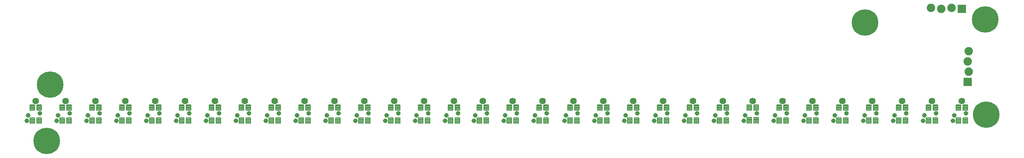
<source format=gbs>
G75*
G70*
%OFA0B0*%
%FSLAX24Y24*%
%IPPOS*%
%LPD*%
%AMOC8*
5,1,8,0,0,1.08239X$1,22.5*
%
%ADD10C,0.2580*%
%ADD11C,0.0083*%
%ADD12C,0.0450*%
%ADD13C,0.0640*%
%ADD14R,0.0820X0.0820*%
%ADD15C,0.0820*%
D10*
X002865Y002306D03*
X003185Y007826D03*
X082285Y013886D03*
X093945Y014186D03*
X094065Y004866D03*
D11*
X092275Y004043D02*
X091805Y004043D01*
X091805Y004591D01*
X092275Y004591D01*
X092275Y004043D01*
X092275Y004125D02*
X091805Y004125D01*
X091805Y004207D02*
X092275Y004207D01*
X092275Y004289D02*
X091805Y004289D01*
X091805Y004371D02*
X092275Y004371D01*
X092275Y004453D02*
X091805Y004453D01*
X091805Y004535D02*
X092275Y004535D01*
X091586Y004043D02*
X091116Y004043D01*
X091116Y004591D01*
X091586Y004591D01*
X091586Y004043D01*
X091586Y004125D02*
X091116Y004125D01*
X091116Y004207D02*
X091586Y004207D01*
X091586Y004289D02*
X091116Y004289D01*
X091116Y004371D02*
X091586Y004371D01*
X091586Y004453D02*
X091116Y004453D01*
X091116Y004535D02*
X091586Y004535D01*
X089375Y004043D02*
X088905Y004043D01*
X088905Y004591D01*
X089375Y004591D01*
X089375Y004043D01*
X089375Y004125D02*
X088905Y004125D01*
X088905Y004207D02*
X089375Y004207D01*
X089375Y004289D02*
X088905Y004289D01*
X088905Y004371D02*
X089375Y004371D01*
X089375Y004453D02*
X088905Y004453D01*
X088905Y004535D02*
X089375Y004535D01*
X088686Y004043D02*
X088216Y004043D01*
X088216Y004591D01*
X088686Y004591D01*
X088686Y004043D01*
X088686Y004125D02*
X088216Y004125D01*
X088216Y004207D02*
X088686Y004207D01*
X088686Y004289D02*
X088216Y004289D01*
X088216Y004371D02*
X088686Y004371D01*
X088686Y004453D02*
X088216Y004453D01*
X088216Y004535D02*
X088686Y004535D01*
X086475Y004043D02*
X086005Y004043D01*
X086005Y004591D01*
X086475Y004591D01*
X086475Y004043D01*
X086475Y004125D02*
X086005Y004125D01*
X086005Y004207D02*
X086475Y004207D01*
X086475Y004289D02*
X086005Y004289D01*
X086005Y004371D02*
X086475Y004371D01*
X086475Y004453D02*
X086005Y004453D01*
X086005Y004535D02*
X086475Y004535D01*
X085786Y004043D02*
X085316Y004043D01*
X085316Y004591D01*
X085786Y004591D01*
X085786Y004043D01*
X085786Y004125D02*
X085316Y004125D01*
X085316Y004207D02*
X085786Y004207D01*
X085786Y004289D02*
X085316Y004289D01*
X085316Y004371D02*
X085786Y004371D01*
X085786Y004453D02*
X085316Y004453D01*
X085316Y004535D02*
X085786Y004535D01*
X083575Y004043D02*
X083105Y004043D01*
X083105Y004591D01*
X083575Y004591D01*
X083575Y004043D01*
X083575Y004125D02*
X083105Y004125D01*
X083105Y004207D02*
X083575Y004207D01*
X083575Y004289D02*
X083105Y004289D01*
X083105Y004371D02*
X083575Y004371D01*
X083575Y004453D02*
X083105Y004453D01*
X083105Y004535D02*
X083575Y004535D01*
X082886Y004043D02*
X082416Y004043D01*
X082416Y004591D01*
X082886Y004591D01*
X082886Y004043D01*
X082886Y004125D02*
X082416Y004125D01*
X082416Y004207D02*
X082886Y004207D01*
X082886Y004289D02*
X082416Y004289D01*
X082416Y004371D02*
X082886Y004371D01*
X082886Y004453D02*
X082416Y004453D01*
X082416Y004535D02*
X082886Y004535D01*
X080675Y004043D02*
X080205Y004043D01*
X080205Y004591D01*
X080675Y004591D01*
X080675Y004043D01*
X080675Y004125D02*
X080205Y004125D01*
X080205Y004207D02*
X080675Y004207D01*
X080675Y004289D02*
X080205Y004289D01*
X080205Y004371D02*
X080675Y004371D01*
X080675Y004453D02*
X080205Y004453D01*
X080205Y004535D02*
X080675Y004535D01*
X079986Y004043D02*
X079516Y004043D01*
X079516Y004591D01*
X079986Y004591D01*
X079986Y004043D01*
X079986Y004125D02*
X079516Y004125D01*
X079516Y004207D02*
X079986Y004207D01*
X079986Y004289D02*
X079516Y004289D01*
X079516Y004371D02*
X079986Y004371D01*
X079986Y004453D02*
X079516Y004453D01*
X079516Y004535D02*
X079986Y004535D01*
X077775Y004043D02*
X077305Y004043D01*
X077305Y004591D01*
X077775Y004591D01*
X077775Y004043D01*
X077775Y004125D02*
X077305Y004125D01*
X077305Y004207D02*
X077775Y004207D01*
X077775Y004289D02*
X077305Y004289D01*
X077305Y004371D02*
X077775Y004371D01*
X077775Y004453D02*
X077305Y004453D01*
X077305Y004535D02*
X077775Y004535D01*
X077086Y004043D02*
X076616Y004043D01*
X076616Y004591D01*
X077086Y004591D01*
X077086Y004043D01*
X077086Y004125D02*
X076616Y004125D01*
X076616Y004207D02*
X077086Y004207D01*
X077086Y004289D02*
X076616Y004289D01*
X076616Y004371D02*
X077086Y004371D01*
X077086Y004453D02*
X076616Y004453D01*
X076616Y004535D02*
X077086Y004535D01*
X074875Y004043D02*
X074405Y004043D01*
X074405Y004591D01*
X074875Y004591D01*
X074875Y004043D01*
X074875Y004125D02*
X074405Y004125D01*
X074405Y004207D02*
X074875Y004207D01*
X074875Y004289D02*
X074405Y004289D01*
X074405Y004371D02*
X074875Y004371D01*
X074875Y004453D02*
X074405Y004453D01*
X074405Y004535D02*
X074875Y004535D01*
X074186Y004043D02*
X073716Y004043D01*
X073716Y004591D01*
X074186Y004591D01*
X074186Y004043D01*
X074186Y004125D02*
X073716Y004125D01*
X073716Y004207D02*
X074186Y004207D01*
X074186Y004289D02*
X073716Y004289D01*
X073716Y004371D02*
X074186Y004371D01*
X074186Y004453D02*
X073716Y004453D01*
X073716Y004535D02*
X074186Y004535D01*
X071975Y004053D02*
X071505Y004053D01*
X071505Y004601D01*
X071975Y004601D01*
X071975Y004053D01*
X071975Y004135D02*
X071505Y004135D01*
X071505Y004217D02*
X071975Y004217D01*
X071975Y004299D02*
X071505Y004299D01*
X071505Y004381D02*
X071975Y004381D01*
X071975Y004463D02*
X071505Y004463D01*
X071505Y004545D02*
X071975Y004545D01*
X071286Y004053D02*
X070816Y004053D01*
X070816Y004601D01*
X071286Y004601D01*
X071286Y004053D01*
X071286Y004135D02*
X070816Y004135D01*
X070816Y004217D02*
X071286Y004217D01*
X071286Y004299D02*
X070816Y004299D01*
X070816Y004381D02*
X071286Y004381D01*
X071286Y004463D02*
X070816Y004463D01*
X070816Y004545D02*
X071286Y004545D01*
X069075Y004043D02*
X068605Y004043D01*
X068605Y004591D01*
X069075Y004591D01*
X069075Y004043D01*
X069075Y004125D02*
X068605Y004125D01*
X068605Y004207D02*
X069075Y004207D01*
X069075Y004289D02*
X068605Y004289D01*
X068605Y004371D02*
X069075Y004371D01*
X069075Y004453D02*
X068605Y004453D01*
X068605Y004535D02*
X069075Y004535D01*
X068386Y004043D02*
X067916Y004043D01*
X067916Y004591D01*
X068386Y004591D01*
X068386Y004043D01*
X068386Y004125D02*
X067916Y004125D01*
X067916Y004207D02*
X068386Y004207D01*
X068386Y004289D02*
X067916Y004289D01*
X067916Y004371D02*
X068386Y004371D01*
X068386Y004453D02*
X067916Y004453D01*
X067916Y004535D02*
X068386Y004535D01*
X066175Y004043D02*
X065705Y004043D01*
X065705Y004591D01*
X066175Y004591D01*
X066175Y004043D01*
X066175Y004125D02*
X065705Y004125D01*
X065705Y004207D02*
X066175Y004207D01*
X066175Y004289D02*
X065705Y004289D01*
X065705Y004371D02*
X066175Y004371D01*
X066175Y004453D02*
X065705Y004453D01*
X065705Y004535D02*
X066175Y004535D01*
X065486Y004043D02*
X065016Y004043D01*
X065016Y004591D01*
X065486Y004591D01*
X065486Y004043D01*
X065486Y004125D02*
X065016Y004125D01*
X065016Y004207D02*
X065486Y004207D01*
X065486Y004289D02*
X065016Y004289D01*
X065016Y004371D02*
X065486Y004371D01*
X065486Y004453D02*
X065016Y004453D01*
X065016Y004535D02*
X065486Y004535D01*
X063275Y004043D02*
X062805Y004043D01*
X062805Y004591D01*
X063275Y004591D01*
X063275Y004043D01*
X063275Y004125D02*
X062805Y004125D01*
X062805Y004207D02*
X063275Y004207D01*
X063275Y004289D02*
X062805Y004289D01*
X062805Y004371D02*
X063275Y004371D01*
X063275Y004453D02*
X062805Y004453D01*
X062805Y004535D02*
X063275Y004535D01*
X062586Y004043D02*
X062116Y004043D01*
X062116Y004591D01*
X062586Y004591D01*
X062586Y004043D01*
X062586Y004125D02*
X062116Y004125D01*
X062116Y004207D02*
X062586Y004207D01*
X062586Y004289D02*
X062116Y004289D01*
X062116Y004371D02*
X062586Y004371D01*
X062586Y004453D02*
X062116Y004453D01*
X062116Y004535D02*
X062586Y004535D01*
X060375Y004043D02*
X059905Y004043D01*
X059905Y004591D01*
X060375Y004591D01*
X060375Y004043D01*
X060375Y004125D02*
X059905Y004125D01*
X059905Y004207D02*
X060375Y004207D01*
X060375Y004289D02*
X059905Y004289D01*
X059905Y004371D02*
X060375Y004371D01*
X060375Y004453D02*
X059905Y004453D01*
X059905Y004535D02*
X060375Y004535D01*
X059686Y004043D02*
X059216Y004043D01*
X059216Y004591D01*
X059686Y004591D01*
X059686Y004043D01*
X059686Y004125D02*
X059216Y004125D01*
X059216Y004207D02*
X059686Y004207D01*
X059686Y004289D02*
X059216Y004289D01*
X059216Y004371D02*
X059686Y004371D01*
X059686Y004453D02*
X059216Y004453D01*
X059216Y004535D02*
X059686Y004535D01*
X057475Y004043D02*
X057005Y004043D01*
X057005Y004591D01*
X057475Y004591D01*
X057475Y004043D01*
X057475Y004125D02*
X057005Y004125D01*
X057005Y004207D02*
X057475Y004207D01*
X057475Y004289D02*
X057005Y004289D01*
X057005Y004371D02*
X057475Y004371D01*
X057475Y004453D02*
X057005Y004453D01*
X057005Y004535D02*
X057475Y004535D01*
X056786Y004043D02*
X056316Y004043D01*
X056316Y004591D01*
X056786Y004591D01*
X056786Y004043D01*
X056786Y004125D02*
X056316Y004125D01*
X056316Y004207D02*
X056786Y004207D01*
X056786Y004289D02*
X056316Y004289D01*
X056316Y004371D02*
X056786Y004371D01*
X056786Y004453D02*
X056316Y004453D01*
X056316Y004535D02*
X056786Y004535D01*
X054575Y004043D02*
X054105Y004043D01*
X054105Y004591D01*
X054575Y004591D01*
X054575Y004043D01*
X054575Y004125D02*
X054105Y004125D01*
X054105Y004207D02*
X054575Y004207D01*
X054575Y004289D02*
X054105Y004289D01*
X054105Y004371D02*
X054575Y004371D01*
X054575Y004453D02*
X054105Y004453D01*
X054105Y004535D02*
X054575Y004535D01*
X053886Y004043D02*
X053416Y004043D01*
X053416Y004591D01*
X053886Y004591D01*
X053886Y004043D01*
X053886Y004125D02*
X053416Y004125D01*
X053416Y004207D02*
X053886Y004207D01*
X053886Y004289D02*
X053416Y004289D01*
X053416Y004371D02*
X053886Y004371D01*
X053886Y004453D02*
X053416Y004453D01*
X053416Y004535D02*
X053886Y004535D01*
X051575Y004043D02*
X051105Y004043D01*
X051105Y004591D01*
X051575Y004591D01*
X051575Y004043D01*
X051575Y004125D02*
X051105Y004125D01*
X051105Y004207D02*
X051575Y004207D01*
X051575Y004289D02*
X051105Y004289D01*
X051105Y004371D02*
X051575Y004371D01*
X051575Y004453D02*
X051105Y004453D01*
X051105Y004535D02*
X051575Y004535D01*
X050886Y004043D02*
X050416Y004043D01*
X050416Y004591D01*
X050886Y004591D01*
X050886Y004043D01*
X050886Y004125D02*
X050416Y004125D01*
X050416Y004207D02*
X050886Y004207D01*
X050886Y004289D02*
X050416Y004289D01*
X050416Y004371D02*
X050886Y004371D01*
X050886Y004453D02*
X050416Y004453D01*
X050416Y004535D02*
X050886Y004535D01*
X048675Y004043D02*
X048205Y004043D01*
X048205Y004591D01*
X048675Y004591D01*
X048675Y004043D01*
X048675Y004125D02*
X048205Y004125D01*
X048205Y004207D02*
X048675Y004207D01*
X048675Y004289D02*
X048205Y004289D01*
X048205Y004371D02*
X048675Y004371D01*
X048675Y004453D02*
X048205Y004453D01*
X048205Y004535D02*
X048675Y004535D01*
X047986Y004043D02*
X047516Y004043D01*
X047516Y004591D01*
X047986Y004591D01*
X047986Y004043D01*
X047986Y004125D02*
X047516Y004125D01*
X047516Y004207D02*
X047986Y004207D01*
X047986Y004289D02*
X047516Y004289D01*
X047516Y004371D02*
X047986Y004371D01*
X047986Y004453D02*
X047516Y004453D01*
X047516Y004535D02*
X047986Y004535D01*
X045775Y004043D02*
X045305Y004043D01*
X045305Y004591D01*
X045775Y004591D01*
X045775Y004043D01*
X045775Y004125D02*
X045305Y004125D01*
X045305Y004207D02*
X045775Y004207D01*
X045775Y004289D02*
X045305Y004289D01*
X045305Y004371D02*
X045775Y004371D01*
X045775Y004453D02*
X045305Y004453D01*
X045305Y004535D02*
X045775Y004535D01*
X045086Y004043D02*
X044616Y004043D01*
X044616Y004591D01*
X045086Y004591D01*
X045086Y004043D01*
X045086Y004125D02*
X044616Y004125D01*
X044616Y004207D02*
X045086Y004207D01*
X045086Y004289D02*
X044616Y004289D01*
X044616Y004371D02*
X045086Y004371D01*
X045086Y004453D02*
X044616Y004453D01*
X044616Y004535D02*
X045086Y004535D01*
X042975Y004043D02*
X042505Y004043D01*
X042505Y004591D01*
X042975Y004591D01*
X042975Y004043D01*
X042975Y004125D02*
X042505Y004125D01*
X042505Y004207D02*
X042975Y004207D01*
X042975Y004289D02*
X042505Y004289D01*
X042505Y004371D02*
X042975Y004371D01*
X042975Y004453D02*
X042505Y004453D01*
X042505Y004535D02*
X042975Y004535D01*
X042286Y004043D02*
X041816Y004043D01*
X041816Y004591D01*
X042286Y004591D01*
X042286Y004043D01*
X042286Y004125D02*
X041816Y004125D01*
X041816Y004207D02*
X042286Y004207D01*
X042286Y004289D02*
X041816Y004289D01*
X041816Y004371D02*
X042286Y004371D01*
X042286Y004453D02*
X041816Y004453D01*
X041816Y004535D02*
X042286Y004535D01*
X040075Y004043D02*
X039605Y004043D01*
X039605Y004591D01*
X040075Y004591D01*
X040075Y004043D01*
X040075Y004125D02*
X039605Y004125D01*
X039605Y004207D02*
X040075Y004207D01*
X040075Y004289D02*
X039605Y004289D01*
X039605Y004371D02*
X040075Y004371D01*
X040075Y004453D02*
X039605Y004453D01*
X039605Y004535D02*
X040075Y004535D01*
X039386Y004043D02*
X038916Y004043D01*
X038916Y004591D01*
X039386Y004591D01*
X039386Y004043D01*
X039386Y004125D02*
X038916Y004125D01*
X038916Y004207D02*
X039386Y004207D01*
X039386Y004289D02*
X038916Y004289D01*
X038916Y004371D02*
X039386Y004371D01*
X039386Y004453D02*
X038916Y004453D01*
X038916Y004535D02*
X039386Y004535D01*
X037175Y004043D02*
X036705Y004043D01*
X036705Y004591D01*
X037175Y004591D01*
X037175Y004043D01*
X037175Y004125D02*
X036705Y004125D01*
X036705Y004207D02*
X037175Y004207D01*
X037175Y004289D02*
X036705Y004289D01*
X036705Y004371D02*
X037175Y004371D01*
X037175Y004453D02*
X036705Y004453D01*
X036705Y004535D02*
X037175Y004535D01*
X036486Y004043D02*
X036016Y004043D01*
X036016Y004591D01*
X036486Y004591D01*
X036486Y004043D01*
X036486Y004125D02*
X036016Y004125D01*
X036016Y004207D02*
X036486Y004207D01*
X036486Y004289D02*
X036016Y004289D01*
X036016Y004371D02*
X036486Y004371D01*
X036486Y004453D02*
X036016Y004453D01*
X036016Y004535D02*
X036486Y004535D01*
X034275Y004043D02*
X033805Y004043D01*
X033805Y004591D01*
X034275Y004591D01*
X034275Y004043D01*
X034275Y004125D02*
X033805Y004125D01*
X033805Y004207D02*
X034275Y004207D01*
X034275Y004289D02*
X033805Y004289D01*
X033805Y004371D02*
X034275Y004371D01*
X034275Y004453D02*
X033805Y004453D01*
X033805Y004535D02*
X034275Y004535D01*
X033586Y004043D02*
X033116Y004043D01*
X033116Y004591D01*
X033586Y004591D01*
X033586Y004043D01*
X033586Y004125D02*
X033116Y004125D01*
X033116Y004207D02*
X033586Y004207D01*
X033586Y004289D02*
X033116Y004289D01*
X033116Y004371D02*
X033586Y004371D01*
X033586Y004453D02*
X033116Y004453D01*
X033116Y004535D02*
X033586Y004535D01*
X031375Y004043D02*
X030905Y004043D01*
X030905Y004591D01*
X031375Y004591D01*
X031375Y004043D01*
X031375Y004125D02*
X030905Y004125D01*
X030905Y004207D02*
X031375Y004207D01*
X031375Y004289D02*
X030905Y004289D01*
X030905Y004371D02*
X031375Y004371D01*
X031375Y004453D02*
X030905Y004453D01*
X030905Y004535D02*
X031375Y004535D01*
X030686Y004043D02*
X030216Y004043D01*
X030216Y004591D01*
X030686Y004591D01*
X030686Y004043D01*
X030686Y004125D02*
X030216Y004125D01*
X030216Y004207D02*
X030686Y004207D01*
X030686Y004289D02*
X030216Y004289D01*
X030216Y004371D02*
X030686Y004371D01*
X030686Y004453D02*
X030216Y004453D01*
X030216Y004535D02*
X030686Y004535D01*
X028475Y004043D02*
X028005Y004043D01*
X028005Y004591D01*
X028475Y004591D01*
X028475Y004043D01*
X028475Y004125D02*
X028005Y004125D01*
X028005Y004207D02*
X028475Y004207D01*
X028475Y004289D02*
X028005Y004289D01*
X028005Y004371D02*
X028475Y004371D01*
X028475Y004453D02*
X028005Y004453D01*
X028005Y004535D02*
X028475Y004535D01*
X027786Y004043D02*
X027316Y004043D01*
X027316Y004591D01*
X027786Y004591D01*
X027786Y004043D01*
X027786Y004125D02*
X027316Y004125D01*
X027316Y004207D02*
X027786Y004207D01*
X027786Y004289D02*
X027316Y004289D01*
X027316Y004371D02*
X027786Y004371D01*
X027786Y004453D02*
X027316Y004453D01*
X027316Y004535D02*
X027786Y004535D01*
X025575Y004043D02*
X025105Y004043D01*
X025105Y004591D01*
X025575Y004591D01*
X025575Y004043D01*
X025575Y004125D02*
X025105Y004125D01*
X025105Y004207D02*
X025575Y004207D01*
X025575Y004289D02*
X025105Y004289D01*
X025105Y004371D02*
X025575Y004371D01*
X025575Y004453D02*
X025105Y004453D01*
X025105Y004535D02*
X025575Y004535D01*
X024886Y004043D02*
X024416Y004043D01*
X024416Y004591D01*
X024886Y004591D01*
X024886Y004043D01*
X024886Y004125D02*
X024416Y004125D01*
X024416Y004207D02*
X024886Y004207D01*
X024886Y004289D02*
X024416Y004289D01*
X024416Y004371D02*
X024886Y004371D01*
X024886Y004453D02*
X024416Y004453D01*
X024416Y004535D02*
X024886Y004535D01*
X022675Y004043D02*
X022205Y004043D01*
X022205Y004591D01*
X022675Y004591D01*
X022675Y004043D01*
X022675Y004125D02*
X022205Y004125D01*
X022205Y004207D02*
X022675Y004207D01*
X022675Y004289D02*
X022205Y004289D01*
X022205Y004371D02*
X022675Y004371D01*
X022675Y004453D02*
X022205Y004453D01*
X022205Y004535D02*
X022675Y004535D01*
X021986Y004043D02*
X021516Y004043D01*
X021516Y004591D01*
X021986Y004591D01*
X021986Y004043D01*
X021986Y004125D02*
X021516Y004125D01*
X021516Y004207D02*
X021986Y004207D01*
X021986Y004289D02*
X021516Y004289D01*
X021516Y004371D02*
X021986Y004371D01*
X021986Y004453D02*
X021516Y004453D01*
X021516Y004535D02*
X021986Y004535D01*
X019775Y004043D02*
X019305Y004043D01*
X019305Y004591D01*
X019775Y004591D01*
X019775Y004043D01*
X019775Y004125D02*
X019305Y004125D01*
X019305Y004207D02*
X019775Y004207D01*
X019775Y004289D02*
X019305Y004289D01*
X019305Y004371D02*
X019775Y004371D01*
X019775Y004453D02*
X019305Y004453D01*
X019305Y004535D02*
X019775Y004535D01*
X019086Y004043D02*
X018616Y004043D01*
X018616Y004591D01*
X019086Y004591D01*
X019086Y004043D01*
X019086Y004125D02*
X018616Y004125D01*
X018616Y004207D02*
X019086Y004207D01*
X019086Y004289D02*
X018616Y004289D01*
X018616Y004371D02*
X019086Y004371D01*
X019086Y004453D02*
X018616Y004453D01*
X018616Y004535D02*
X019086Y004535D01*
X016875Y004043D02*
X016405Y004043D01*
X016405Y004591D01*
X016875Y004591D01*
X016875Y004043D01*
X016875Y004125D02*
X016405Y004125D01*
X016405Y004207D02*
X016875Y004207D01*
X016875Y004289D02*
X016405Y004289D01*
X016405Y004371D02*
X016875Y004371D01*
X016875Y004453D02*
X016405Y004453D01*
X016405Y004535D02*
X016875Y004535D01*
X016186Y004043D02*
X015716Y004043D01*
X015716Y004591D01*
X016186Y004591D01*
X016186Y004043D01*
X016186Y004125D02*
X015716Y004125D01*
X015716Y004207D02*
X016186Y004207D01*
X016186Y004289D02*
X015716Y004289D01*
X015716Y004371D02*
X016186Y004371D01*
X016186Y004453D02*
X015716Y004453D01*
X015716Y004535D02*
X016186Y004535D01*
X013975Y004043D02*
X013505Y004043D01*
X013505Y004591D01*
X013975Y004591D01*
X013975Y004043D01*
X013975Y004125D02*
X013505Y004125D01*
X013505Y004207D02*
X013975Y004207D01*
X013975Y004289D02*
X013505Y004289D01*
X013505Y004371D02*
X013975Y004371D01*
X013975Y004453D02*
X013505Y004453D01*
X013505Y004535D02*
X013975Y004535D01*
X013286Y004043D02*
X012816Y004043D01*
X012816Y004591D01*
X013286Y004591D01*
X013286Y004043D01*
X013286Y004125D02*
X012816Y004125D01*
X012816Y004207D02*
X013286Y004207D01*
X013286Y004289D02*
X012816Y004289D01*
X012816Y004371D02*
X013286Y004371D01*
X013286Y004453D02*
X012816Y004453D01*
X012816Y004535D02*
X013286Y004535D01*
X011075Y004043D02*
X010605Y004043D01*
X010605Y004591D01*
X011075Y004591D01*
X011075Y004043D01*
X011075Y004125D02*
X010605Y004125D01*
X010605Y004207D02*
X011075Y004207D01*
X011075Y004289D02*
X010605Y004289D01*
X010605Y004371D02*
X011075Y004371D01*
X011075Y004453D02*
X010605Y004453D01*
X010605Y004535D02*
X011075Y004535D01*
X010386Y004043D02*
X009916Y004043D01*
X009916Y004591D01*
X010386Y004591D01*
X010386Y004043D01*
X010386Y004125D02*
X009916Y004125D01*
X009916Y004207D02*
X010386Y004207D01*
X010386Y004289D02*
X009916Y004289D01*
X009916Y004371D02*
X010386Y004371D01*
X010386Y004453D02*
X009916Y004453D01*
X009916Y004535D02*
X010386Y004535D01*
X008175Y004043D02*
X007705Y004043D01*
X007705Y004591D01*
X008175Y004591D01*
X008175Y004043D01*
X008175Y004125D02*
X007705Y004125D01*
X007705Y004207D02*
X008175Y004207D01*
X008175Y004289D02*
X007705Y004289D01*
X007705Y004371D02*
X008175Y004371D01*
X008175Y004453D02*
X007705Y004453D01*
X007705Y004535D02*
X008175Y004535D01*
X007486Y004043D02*
X007016Y004043D01*
X007016Y004591D01*
X007486Y004591D01*
X007486Y004043D01*
X007486Y004125D02*
X007016Y004125D01*
X007016Y004207D02*
X007486Y004207D01*
X007486Y004289D02*
X007016Y004289D01*
X007016Y004371D02*
X007486Y004371D01*
X007486Y004453D02*
X007016Y004453D01*
X007016Y004535D02*
X007486Y004535D01*
X005275Y004043D02*
X004805Y004043D01*
X004805Y004591D01*
X005275Y004591D01*
X005275Y004043D01*
X005275Y004125D02*
X004805Y004125D01*
X004805Y004207D02*
X005275Y004207D01*
X005275Y004289D02*
X004805Y004289D01*
X004805Y004371D02*
X005275Y004371D01*
X005275Y004453D02*
X004805Y004453D01*
X004805Y004535D02*
X005275Y004535D01*
X004586Y004043D02*
X004116Y004043D01*
X004116Y004591D01*
X004586Y004591D01*
X004586Y004043D01*
X004586Y004125D02*
X004116Y004125D01*
X004116Y004207D02*
X004586Y004207D01*
X004586Y004289D02*
X004116Y004289D01*
X004116Y004371D02*
X004586Y004371D01*
X004586Y004453D02*
X004116Y004453D01*
X004116Y004535D02*
X004586Y004535D01*
X002375Y004043D02*
X001905Y004043D01*
X001905Y004591D01*
X002375Y004591D01*
X002375Y004043D01*
X002375Y004125D02*
X001905Y004125D01*
X001905Y004207D02*
X002375Y004207D01*
X002375Y004289D02*
X001905Y004289D01*
X001905Y004371D02*
X002375Y004371D01*
X002375Y004453D02*
X001905Y004453D01*
X001905Y004535D02*
X002375Y004535D01*
X001686Y004043D02*
X001216Y004043D01*
X001216Y004591D01*
X001686Y004591D01*
X001686Y004043D01*
X001686Y004125D02*
X001216Y004125D01*
X001216Y004207D02*
X001686Y004207D01*
X001686Y004289D02*
X001216Y004289D01*
X001216Y004371D02*
X001686Y004371D01*
X001686Y004453D02*
X001216Y004453D01*
X001216Y004535D02*
X001686Y004535D01*
X001686Y005302D02*
X001216Y005302D01*
X001216Y005850D01*
X001686Y005850D01*
X001686Y005302D01*
X001686Y005384D02*
X001216Y005384D01*
X001216Y005466D02*
X001686Y005466D01*
X001686Y005548D02*
X001216Y005548D01*
X001216Y005630D02*
X001686Y005630D01*
X001686Y005712D02*
X001216Y005712D01*
X001216Y005794D02*
X001686Y005794D01*
X001905Y005302D02*
X002375Y005302D01*
X001905Y005302D02*
X001905Y005850D01*
X002375Y005850D01*
X002375Y005302D01*
X002375Y005384D02*
X001905Y005384D01*
X001905Y005466D02*
X002375Y005466D01*
X002375Y005548D02*
X001905Y005548D01*
X001905Y005630D02*
X002375Y005630D01*
X002375Y005712D02*
X001905Y005712D01*
X001905Y005794D02*
X002375Y005794D01*
X004116Y005302D02*
X004586Y005302D01*
X004116Y005302D02*
X004116Y005850D01*
X004586Y005850D01*
X004586Y005302D01*
X004586Y005384D02*
X004116Y005384D01*
X004116Y005466D02*
X004586Y005466D01*
X004586Y005548D02*
X004116Y005548D01*
X004116Y005630D02*
X004586Y005630D01*
X004586Y005712D02*
X004116Y005712D01*
X004116Y005794D02*
X004586Y005794D01*
X004805Y005302D02*
X005275Y005302D01*
X004805Y005302D02*
X004805Y005850D01*
X005275Y005850D01*
X005275Y005302D01*
X005275Y005384D02*
X004805Y005384D01*
X004805Y005466D02*
X005275Y005466D01*
X005275Y005548D02*
X004805Y005548D01*
X004805Y005630D02*
X005275Y005630D01*
X005275Y005712D02*
X004805Y005712D01*
X004805Y005794D02*
X005275Y005794D01*
X007016Y005302D02*
X007486Y005302D01*
X007016Y005302D02*
X007016Y005850D01*
X007486Y005850D01*
X007486Y005302D01*
X007486Y005384D02*
X007016Y005384D01*
X007016Y005466D02*
X007486Y005466D01*
X007486Y005548D02*
X007016Y005548D01*
X007016Y005630D02*
X007486Y005630D01*
X007486Y005712D02*
X007016Y005712D01*
X007016Y005794D02*
X007486Y005794D01*
X007705Y005302D02*
X008175Y005302D01*
X007705Y005302D02*
X007705Y005850D01*
X008175Y005850D01*
X008175Y005302D01*
X008175Y005384D02*
X007705Y005384D01*
X007705Y005466D02*
X008175Y005466D01*
X008175Y005548D02*
X007705Y005548D01*
X007705Y005630D02*
X008175Y005630D01*
X008175Y005712D02*
X007705Y005712D01*
X007705Y005794D02*
X008175Y005794D01*
X009916Y005302D02*
X010386Y005302D01*
X009916Y005302D02*
X009916Y005850D01*
X010386Y005850D01*
X010386Y005302D01*
X010386Y005384D02*
X009916Y005384D01*
X009916Y005466D02*
X010386Y005466D01*
X010386Y005548D02*
X009916Y005548D01*
X009916Y005630D02*
X010386Y005630D01*
X010386Y005712D02*
X009916Y005712D01*
X009916Y005794D02*
X010386Y005794D01*
X010605Y005302D02*
X011075Y005302D01*
X010605Y005302D02*
X010605Y005850D01*
X011075Y005850D01*
X011075Y005302D01*
X011075Y005384D02*
X010605Y005384D01*
X010605Y005466D02*
X011075Y005466D01*
X011075Y005548D02*
X010605Y005548D01*
X010605Y005630D02*
X011075Y005630D01*
X011075Y005712D02*
X010605Y005712D01*
X010605Y005794D02*
X011075Y005794D01*
X012816Y005302D02*
X013286Y005302D01*
X012816Y005302D02*
X012816Y005850D01*
X013286Y005850D01*
X013286Y005302D01*
X013286Y005384D02*
X012816Y005384D01*
X012816Y005466D02*
X013286Y005466D01*
X013286Y005548D02*
X012816Y005548D01*
X012816Y005630D02*
X013286Y005630D01*
X013286Y005712D02*
X012816Y005712D01*
X012816Y005794D02*
X013286Y005794D01*
X013505Y005302D02*
X013975Y005302D01*
X013505Y005302D02*
X013505Y005850D01*
X013975Y005850D01*
X013975Y005302D01*
X013975Y005384D02*
X013505Y005384D01*
X013505Y005466D02*
X013975Y005466D01*
X013975Y005548D02*
X013505Y005548D01*
X013505Y005630D02*
X013975Y005630D01*
X013975Y005712D02*
X013505Y005712D01*
X013505Y005794D02*
X013975Y005794D01*
X015716Y005302D02*
X016186Y005302D01*
X015716Y005302D02*
X015716Y005850D01*
X016186Y005850D01*
X016186Y005302D01*
X016186Y005384D02*
X015716Y005384D01*
X015716Y005466D02*
X016186Y005466D01*
X016186Y005548D02*
X015716Y005548D01*
X015716Y005630D02*
X016186Y005630D01*
X016186Y005712D02*
X015716Y005712D01*
X015716Y005794D02*
X016186Y005794D01*
X016405Y005302D02*
X016875Y005302D01*
X016405Y005302D02*
X016405Y005850D01*
X016875Y005850D01*
X016875Y005302D01*
X016875Y005384D02*
X016405Y005384D01*
X016405Y005466D02*
X016875Y005466D01*
X016875Y005548D02*
X016405Y005548D01*
X016405Y005630D02*
X016875Y005630D01*
X016875Y005712D02*
X016405Y005712D01*
X016405Y005794D02*
X016875Y005794D01*
X018616Y005302D02*
X019086Y005302D01*
X018616Y005302D02*
X018616Y005850D01*
X019086Y005850D01*
X019086Y005302D01*
X019086Y005384D02*
X018616Y005384D01*
X018616Y005466D02*
X019086Y005466D01*
X019086Y005548D02*
X018616Y005548D01*
X018616Y005630D02*
X019086Y005630D01*
X019086Y005712D02*
X018616Y005712D01*
X018616Y005794D02*
X019086Y005794D01*
X019305Y005302D02*
X019775Y005302D01*
X019305Y005302D02*
X019305Y005850D01*
X019775Y005850D01*
X019775Y005302D01*
X019775Y005384D02*
X019305Y005384D01*
X019305Y005466D02*
X019775Y005466D01*
X019775Y005548D02*
X019305Y005548D01*
X019305Y005630D02*
X019775Y005630D01*
X019775Y005712D02*
X019305Y005712D01*
X019305Y005794D02*
X019775Y005794D01*
X021516Y005302D02*
X021986Y005302D01*
X021516Y005302D02*
X021516Y005850D01*
X021986Y005850D01*
X021986Y005302D01*
X021986Y005384D02*
X021516Y005384D01*
X021516Y005466D02*
X021986Y005466D01*
X021986Y005548D02*
X021516Y005548D01*
X021516Y005630D02*
X021986Y005630D01*
X021986Y005712D02*
X021516Y005712D01*
X021516Y005794D02*
X021986Y005794D01*
X022205Y005302D02*
X022675Y005302D01*
X022205Y005302D02*
X022205Y005850D01*
X022675Y005850D01*
X022675Y005302D01*
X022675Y005384D02*
X022205Y005384D01*
X022205Y005466D02*
X022675Y005466D01*
X022675Y005548D02*
X022205Y005548D01*
X022205Y005630D02*
X022675Y005630D01*
X022675Y005712D02*
X022205Y005712D01*
X022205Y005794D02*
X022675Y005794D01*
X024416Y005302D02*
X024886Y005302D01*
X024416Y005302D02*
X024416Y005850D01*
X024886Y005850D01*
X024886Y005302D01*
X024886Y005384D02*
X024416Y005384D01*
X024416Y005466D02*
X024886Y005466D01*
X024886Y005548D02*
X024416Y005548D01*
X024416Y005630D02*
X024886Y005630D01*
X024886Y005712D02*
X024416Y005712D01*
X024416Y005794D02*
X024886Y005794D01*
X025105Y005302D02*
X025575Y005302D01*
X025105Y005302D02*
X025105Y005850D01*
X025575Y005850D01*
X025575Y005302D01*
X025575Y005384D02*
X025105Y005384D01*
X025105Y005466D02*
X025575Y005466D01*
X025575Y005548D02*
X025105Y005548D01*
X025105Y005630D02*
X025575Y005630D01*
X025575Y005712D02*
X025105Y005712D01*
X025105Y005794D02*
X025575Y005794D01*
X027316Y005302D02*
X027786Y005302D01*
X027316Y005302D02*
X027316Y005850D01*
X027786Y005850D01*
X027786Y005302D01*
X027786Y005384D02*
X027316Y005384D01*
X027316Y005466D02*
X027786Y005466D01*
X027786Y005548D02*
X027316Y005548D01*
X027316Y005630D02*
X027786Y005630D01*
X027786Y005712D02*
X027316Y005712D01*
X027316Y005794D02*
X027786Y005794D01*
X028005Y005302D02*
X028475Y005302D01*
X028005Y005302D02*
X028005Y005850D01*
X028475Y005850D01*
X028475Y005302D01*
X028475Y005384D02*
X028005Y005384D01*
X028005Y005466D02*
X028475Y005466D01*
X028475Y005548D02*
X028005Y005548D01*
X028005Y005630D02*
X028475Y005630D01*
X028475Y005712D02*
X028005Y005712D01*
X028005Y005794D02*
X028475Y005794D01*
X030216Y005302D02*
X030686Y005302D01*
X030216Y005302D02*
X030216Y005850D01*
X030686Y005850D01*
X030686Y005302D01*
X030686Y005384D02*
X030216Y005384D01*
X030216Y005466D02*
X030686Y005466D01*
X030686Y005548D02*
X030216Y005548D01*
X030216Y005630D02*
X030686Y005630D01*
X030686Y005712D02*
X030216Y005712D01*
X030216Y005794D02*
X030686Y005794D01*
X030905Y005302D02*
X031375Y005302D01*
X030905Y005302D02*
X030905Y005850D01*
X031375Y005850D01*
X031375Y005302D01*
X031375Y005384D02*
X030905Y005384D01*
X030905Y005466D02*
X031375Y005466D01*
X031375Y005548D02*
X030905Y005548D01*
X030905Y005630D02*
X031375Y005630D01*
X031375Y005712D02*
X030905Y005712D01*
X030905Y005794D02*
X031375Y005794D01*
X033116Y005302D02*
X033586Y005302D01*
X033116Y005302D02*
X033116Y005850D01*
X033586Y005850D01*
X033586Y005302D01*
X033586Y005384D02*
X033116Y005384D01*
X033116Y005466D02*
X033586Y005466D01*
X033586Y005548D02*
X033116Y005548D01*
X033116Y005630D02*
X033586Y005630D01*
X033586Y005712D02*
X033116Y005712D01*
X033116Y005794D02*
X033586Y005794D01*
X033805Y005302D02*
X034275Y005302D01*
X033805Y005302D02*
X033805Y005850D01*
X034275Y005850D01*
X034275Y005302D01*
X034275Y005384D02*
X033805Y005384D01*
X033805Y005466D02*
X034275Y005466D01*
X034275Y005548D02*
X033805Y005548D01*
X033805Y005630D02*
X034275Y005630D01*
X034275Y005712D02*
X033805Y005712D01*
X033805Y005794D02*
X034275Y005794D01*
X036016Y005302D02*
X036486Y005302D01*
X036016Y005302D02*
X036016Y005850D01*
X036486Y005850D01*
X036486Y005302D01*
X036486Y005384D02*
X036016Y005384D01*
X036016Y005466D02*
X036486Y005466D01*
X036486Y005548D02*
X036016Y005548D01*
X036016Y005630D02*
X036486Y005630D01*
X036486Y005712D02*
X036016Y005712D01*
X036016Y005794D02*
X036486Y005794D01*
X036705Y005302D02*
X037175Y005302D01*
X036705Y005302D02*
X036705Y005850D01*
X037175Y005850D01*
X037175Y005302D01*
X037175Y005384D02*
X036705Y005384D01*
X036705Y005466D02*
X037175Y005466D01*
X037175Y005548D02*
X036705Y005548D01*
X036705Y005630D02*
X037175Y005630D01*
X037175Y005712D02*
X036705Y005712D01*
X036705Y005794D02*
X037175Y005794D01*
X038916Y005302D02*
X039386Y005302D01*
X038916Y005302D02*
X038916Y005850D01*
X039386Y005850D01*
X039386Y005302D01*
X039386Y005384D02*
X038916Y005384D01*
X038916Y005466D02*
X039386Y005466D01*
X039386Y005548D02*
X038916Y005548D01*
X038916Y005630D02*
X039386Y005630D01*
X039386Y005712D02*
X038916Y005712D01*
X038916Y005794D02*
X039386Y005794D01*
X039605Y005302D02*
X040075Y005302D01*
X039605Y005302D02*
X039605Y005850D01*
X040075Y005850D01*
X040075Y005302D01*
X040075Y005384D02*
X039605Y005384D01*
X039605Y005466D02*
X040075Y005466D01*
X040075Y005548D02*
X039605Y005548D01*
X039605Y005630D02*
X040075Y005630D01*
X040075Y005712D02*
X039605Y005712D01*
X039605Y005794D02*
X040075Y005794D01*
X041816Y005302D02*
X042286Y005302D01*
X041816Y005302D02*
X041816Y005850D01*
X042286Y005850D01*
X042286Y005302D01*
X042286Y005384D02*
X041816Y005384D01*
X041816Y005466D02*
X042286Y005466D01*
X042286Y005548D02*
X041816Y005548D01*
X041816Y005630D02*
X042286Y005630D01*
X042286Y005712D02*
X041816Y005712D01*
X041816Y005794D02*
X042286Y005794D01*
X042505Y005302D02*
X042975Y005302D01*
X042505Y005302D02*
X042505Y005850D01*
X042975Y005850D01*
X042975Y005302D01*
X042975Y005384D02*
X042505Y005384D01*
X042505Y005466D02*
X042975Y005466D01*
X042975Y005548D02*
X042505Y005548D01*
X042505Y005630D02*
X042975Y005630D01*
X042975Y005712D02*
X042505Y005712D01*
X042505Y005794D02*
X042975Y005794D01*
X044616Y005302D02*
X045086Y005302D01*
X044616Y005302D02*
X044616Y005850D01*
X045086Y005850D01*
X045086Y005302D01*
X045086Y005384D02*
X044616Y005384D01*
X044616Y005466D02*
X045086Y005466D01*
X045086Y005548D02*
X044616Y005548D01*
X044616Y005630D02*
X045086Y005630D01*
X045086Y005712D02*
X044616Y005712D01*
X044616Y005794D02*
X045086Y005794D01*
X045305Y005302D02*
X045775Y005302D01*
X045305Y005302D02*
X045305Y005850D01*
X045775Y005850D01*
X045775Y005302D01*
X045775Y005384D02*
X045305Y005384D01*
X045305Y005466D02*
X045775Y005466D01*
X045775Y005548D02*
X045305Y005548D01*
X045305Y005630D02*
X045775Y005630D01*
X045775Y005712D02*
X045305Y005712D01*
X045305Y005794D02*
X045775Y005794D01*
X047516Y005302D02*
X047986Y005302D01*
X047516Y005302D02*
X047516Y005850D01*
X047986Y005850D01*
X047986Y005302D01*
X047986Y005384D02*
X047516Y005384D01*
X047516Y005466D02*
X047986Y005466D01*
X047986Y005548D02*
X047516Y005548D01*
X047516Y005630D02*
X047986Y005630D01*
X047986Y005712D02*
X047516Y005712D01*
X047516Y005794D02*
X047986Y005794D01*
X048205Y005302D02*
X048675Y005302D01*
X048205Y005302D02*
X048205Y005850D01*
X048675Y005850D01*
X048675Y005302D01*
X048675Y005384D02*
X048205Y005384D01*
X048205Y005466D02*
X048675Y005466D01*
X048675Y005548D02*
X048205Y005548D01*
X048205Y005630D02*
X048675Y005630D01*
X048675Y005712D02*
X048205Y005712D01*
X048205Y005794D02*
X048675Y005794D01*
X050416Y005302D02*
X050886Y005302D01*
X050416Y005302D02*
X050416Y005850D01*
X050886Y005850D01*
X050886Y005302D01*
X050886Y005384D02*
X050416Y005384D01*
X050416Y005466D02*
X050886Y005466D01*
X050886Y005548D02*
X050416Y005548D01*
X050416Y005630D02*
X050886Y005630D01*
X050886Y005712D02*
X050416Y005712D01*
X050416Y005794D02*
X050886Y005794D01*
X051105Y005302D02*
X051575Y005302D01*
X051105Y005302D02*
X051105Y005850D01*
X051575Y005850D01*
X051575Y005302D01*
X051575Y005384D02*
X051105Y005384D01*
X051105Y005466D02*
X051575Y005466D01*
X051575Y005548D02*
X051105Y005548D01*
X051105Y005630D02*
X051575Y005630D01*
X051575Y005712D02*
X051105Y005712D01*
X051105Y005794D02*
X051575Y005794D01*
X053416Y005302D02*
X053886Y005302D01*
X053416Y005302D02*
X053416Y005850D01*
X053886Y005850D01*
X053886Y005302D01*
X053886Y005384D02*
X053416Y005384D01*
X053416Y005466D02*
X053886Y005466D01*
X053886Y005548D02*
X053416Y005548D01*
X053416Y005630D02*
X053886Y005630D01*
X053886Y005712D02*
X053416Y005712D01*
X053416Y005794D02*
X053886Y005794D01*
X054105Y005302D02*
X054575Y005302D01*
X054105Y005302D02*
X054105Y005850D01*
X054575Y005850D01*
X054575Y005302D01*
X054575Y005384D02*
X054105Y005384D01*
X054105Y005466D02*
X054575Y005466D01*
X054575Y005548D02*
X054105Y005548D01*
X054105Y005630D02*
X054575Y005630D01*
X054575Y005712D02*
X054105Y005712D01*
X054105Y005794D02*
X054575Y005794D01*
X056316Y005302D02*
X056786Y005302D01*
X056316Y005302D02*
X056316Y005850D01*
X056786Y005850D01*
X056786Y005302D01*
X056786Y005384D02*
X056316Y005384D01*
X056316Y005466D02*
X056786Y005466D01*
X056786Y005548D02*
X056316Y005548D01*
X056316Y005630D02*
X056786Y005630D01*
X056786Y005712D02*
X056316Y005712D01*
X056316Y005794D02*
X056786Y005794D01*
X057005Y005302D02*
X057475Y005302D01*
X057005Y005302D02*
X057005Y005850D01*
X057475Y005850D01*
X057475Y005302D01*
X057475Y005384D02*
X057005Y005384D01*
X057005Y005466D02*
X057475Y005466D01*
X057475Y005548D02*
X057005Y005548D01*
X057005Y005630D02*
X057475Y005630D01*
X057475Y005712D02*
X057005Y005712D01*
X057005Y005794D02*
X057475Y005794D01*
X059216Y005302D02*
X059686Y005302D01*
X059216Y005302D02*
X059216Y005850D01*
X059686Y005850D01*
X059686Y005302D01*
X059686Y005384D02*
X059216Y005384D01*
X059216Y005466D02*
X059686Y005466D01*
X059686Y005548D02*
X059216Y005548D01*
X059216Y005630D02*
X059686Y005630D01*
X059686Y005712D02*
X059216Y005712D01*
X059216Y005794D02*
X059686Y005794D01*
X059905Y005302D02*
X060375Y005302D01*
X059905Y005302D02*
X059905Y005850D01*
X060375Y005850D01*
X060375Y005302D01*
X060375Y005384D02*
X059905Y005384D01*
X059905Y005466D02*
X060375Y005466D01*
X060375Y005548D02*
X059905Y005548D01*
X059905Y005630D02*
X060375Y005630D01*
X060375Y005712D02*
X059905Y005712D01*
X059905Y005794D02*
X060375Y005794D01*
X062116Y005302D02*
X062586Y005302D01*
X062116Y005302D02*
X062116Y005850D01*
X062586Y005850D01*
X062586Y005302D01*
X062586Y005384D02*
X062116Y005384D01*
X062116Y005466D02*
X062586Y005466D01*
X062586Y005548D02*
X062116Y005548D01*
X062116Y005630D02*
X062586Y005630D01*
X062586Y005712D02*
X062116Y005712D01*
X062116Y005794D02*
X062586Y005794D01*
X062805Y005302D02*
X063275Y005302D01*
X062805Y005302D02*
X062805Y005850D01*
X063275Y005850D01*
X063275Y005302D01*
X063275Y005384D02*
X062805Y005384D01*
X062805Y005466D02*
X063275Y005466D01*
X063275Y005548D02*
X062805Y005548D01*
X062805Y005630D02*
X063275Y005630D01*
X063275Y005712D02*
X062805Y005712D01*
X062805Y005794D02*
X063275Y005794D01*
X065016Y005302D02*
X065486Y005302D01*
X065016Y005302D02*
X065016Y005850D01*
X065486Y005850D01*
X065486Y005302D01*
X065486Y005384D02*
X065016Y005384D01*
X065016Y005466D02*
X065486Y005466D01*
X065486Y005548D02*
X065016Y005548D01*
X065016Y005630D02*
X065486Y005630D01*
X065486Y005712D02*
X065016Y005712D01*
X065016Y005794D02*
X065486Y005794D01*
X065705Y005302D02*
X066175Y005302D01*
X065705Y005302D02*
X065705Y005850D01*
X066175Y005850D01*
X066175Y005302D01*
X066175Y005384D02*
X065705Y005384D01*
X065705Y005466D02*
X066175Y005466D01*
X066175Y005548D02*
X065705Y005548D01*
X065705Y005630D02*
X066175Y005630D01*
X066175Y005712D02*
X065705Y005712D01*
X065705Y005794D02*
X066175Y005794D01*
X067916Y005302D02*
X068386Y005302D01*
X067916Y005302D02*
X067916Y005850D01*
X068386Y005850D01*
X068386Y005302D01*
X068386Y005384D02*
X067916Y005384D01*
X067916Y005466D02*
X068386Y005466D01*
X068386Y005548D02*
X067916Y005548D01*
X067916Y005630D02*
X068386Y005630D01*
X068386Y005712D02*
X067916Y005712D01*
X067916Y005794D02*
X068386Y005794D01*
X068605Y005302D02*
X069075Y005302D01*
X068605Y005302D02*
X068605Y005850D01*
X069075Y005850D01*
X069075Y005302D01*
X069075Y005384D02*
X068605Y005384D01*
X068605Y005466D02*
X069075Y005466D01*
X069075Y005548D02*
X068605Y005548D01*
X068605Y005630D02*
X069075Y005630D01*
X069075Y005712D02*
X068605Y005712D01*
X068605Y005794D02*
X069075Y005794D01*
X070816Y005312D02*
X071286Y005312D01*
X070816Y005312D02*
X070816Y005860D01*
X071286Y005860D01*
X071286Y005312D01*
X071286Y005394D02*
X070816Y005394D01*
X070816Y005476D02*
X071286Y005476D01*
X071286Y005558D02*
X070816Y005558D01*
X070816Y005640D02*
X071286Y005640D01*
X071286Y005722D02*
X070816Y005722D01*
X070816Y005804D02*
X071286Y005804D01*
X071505Y005312D02*
X071975Y005312D01*
X071505Y005312D02*
X071505Y005860D01*
X071975Y005860D01*
X071975Y005312D01*
X071975Y005394D02*
X071505Y005394D01*
X071505Y005476D02*
X071975Y005476D01*
X071975Y005558D02*
X071505Y005558D01*
X071505Y005640D02*
X071975Y005640D01*
X071975Y005722D02*
X071505Y005722D01*
X071505Y005804D02*
X071975Y005804D01*
X073716Y005302D02*
X074186Y005302D01*
X073716Y005302D02*
X073716Y005850D01*
X074186Y005850D01*
X074186Y005302D01*
X074186Y005384D02*
X073716Y005384D01*
X073716Y005466D02*
X074186Y005466D01*
X074186Y005548D02*
X073716Y005548D01*
X073716Y005630D02*
X074186Y005630D01*
X074186Y005712D02*
X073716Y005712D01*
X073716Y005794D02*
X074186Y005794D01*
X074405Y005302D02*
X074875Y005302D01*
X074405Y005302D02*
X074405Y005850D01*
X074875Y005850D01*
X074875Y005302D01*
X074875Y005384D02*
X074405Y005384D01*
X074405Y005466D02*
X074875Y005466D01*
X074875Y005548D02*
X074405Y005548D01*
X074405Y005630D02*
X074875Y005630D01*
X074875Y005712D02*
X074405Y005712D01*
X074405Y005794D02*
X074875Y005794D01*
X076616Y005302D02*
X077086Y005302D01*
X076616Y005302D02*
X076616Y005850D01*
X077086Y005850D01*
X077086Y005302D01*
X077086Y005384D02*
X076616Y005384D01*
X076616Y005466D02*
X077086Y005466D01*
X077086Y005548D02*
X076616Y005548D01*
X076616Y005630D02*
X077086Y005630D01*
X077086Y005712D02*
X076616Y005712D01*
X076616Y005794D02*
X077086Y005794D01*
X077305Y005302D02*
X077775Y005302D01*
X077305Y005302D02*
X077305Y005850D01*
X077775Y005850D01*
X077775Y005302D01*
X077775Y005384D02*
X077305Y005384D01*
X077305Y005466D02*
X077775Y005466D01*
X077775Y005548D02*
X077305Y005548D01*
X077305Y005630D02*
X077775Y005630D01*
X077775Y005712D02*
X077305Y005712D01*
X077305Y005794D02*
X077775Y005794D01*
X079516Y005302D02*
X079986Y005302D01*
X079516Y005302D02*
X079516Y005850D01*
X079986Y005850D01*
X079986Y005302D01*
X079986Y005384D02*
X079516Y005384D01*
X079516Y005466D02*
X079986Y005466D01*
X079986Y005548D02*
X079516Y005548D01*
X079516Y005630D02*
X079986Y005630D01*
X079986Y005712D02*
X079516Y005712D01*
X079516Y005794D02*
X079986Y005794D01*
X080205Y005302D02*
X080675Y005302D01*
X080205Y005302D02*
X080205Y005850D01*
X080675Y005850D01*
X080675Y005302D01*
X080675Y005384D02*
X080205Y005384D01*
X080205Y005466D02*
X080675Y005466D01*
X080675Y005548D02*
X080205Y005548D01*
X080205Y005630D02*
X080675Y005630D01*
X080675Y005712D02*
X080205Y005712D01*
X080205Y005794D02*
X080675Y005794D01*
X082416Y005302D02*
X082886Y005302D01*
X082416Y005302D02*
X082416Y005850D01*
X082886Y005850D01*
X082886Y005302D01*
X082886Y005384D02*
X082416Y005384D01*
X082416Y005466D02*
X082886Y005466D01*
X082886Y005548D02*
X082416Y005548D01*
X082416Y005630D02*
X082886Y005630D01*
X082886Y005712D02*
X082416Y005712D01*
X082416Y005794D02*
X082886Y005794D01*
X083105Y005302D02*
X083575Y005302D01*
X083105Y005302D02*
X083105Y005850D01*
X083575Y005850D01*
X083575Y005302D01*
X083575Y005384D02*
X083105Y005384D01*
X083105Y005466D02*
X083575Y005466D01*
X083575Y005548D02*
X083105Y005548D01*
X083105Y005630D02*
X083575Y005630D01*
X083575Y005712D02*
X083105Y005712D01*
X083105Y005794D02*
X083575Y005794D01*
X085316Y005302D02*
X085786Y005302D01*
X085316Y005302D02*
X085316Y005850D01*
X085786Y005850D01*
X085786Y005302D01*
X085786Y005384D02*
X085316Y005384D01*
X085316Y005466D02*
X085786Y005466D01*
X085786Y005548D02*
X085316Y005548D01*
X085316Y005630D02*
X085786Y005630D01*
X085786Y005712D02*
X085316Y005712D01*
X085316Y005794D02*
X085786Y005794D01*
X086005Y005302D02*
X086475Y005302D01*
X086005Y005302D02*
X086005Y005850D01*
X086475Y005850D01*
X086475Y005302D01*
X086475Y005384D02*
X086005Y005384D01*
X086005Y005466D02*
X086475Y005466D01*
X086475Y005548D02*
X086005Y005548D01*
X086005Y005630D02*
X086475Y005630D01*
X086475Y005712D02*
X086005Y005712D01*
X086005Y005794D02*
X086475Y005794D01*
X088216Y005302D02*
X088686Y005302D01*
X088216Y005302D02*
X088216Y005850D01*
X088686Y005850D01*
X088686Y005302D01*
X088686Y005384D02*
X088216Y005384D01*
X088216Y005466D02*
X088686Y005466D01*
X088686Y005548D02*
X088216Y005548D01*
X088216Y005630D02*
X088686Y005630D01*
X088686Y005712D02*
X088216Y005712D01*
X088216Y005794D02*
X088686Y005794D01*
X088905Y005302D02*
X089375Y005302D01*
X088905Y005302D02*
X088905Y005850D01*
X089375Y005850D01*
X089375Y005302D01*
X089375Y005384D02*
X088905Y005384D01*
X088905Y005466D02*
X089375Y005466D01*
X089375Y005548D02*
X088905Y005548D01*
X088905Y005630D02*
X089375Y005630D01*
X089375Y005712D02*
X088905Y005712D01*
X088905Y005794D02*
X089375Y005794D01*
X091116Y005302D02*
X091586Y005302D01*
X091116Y005302D02*
X091116Y005850D01*
X091586Y005850D01*
X091586Y005302D01*
X091586Y005384D02*
X091116Y005384D01*
X091116Y005466D02*
X091586Y005466D01*
X091586Y005548D02*
X091116Y005548D01*
X091116Y005630D02*
X091586Y005630D01*
X091586Y005712D02*
X091116Y005712D01*
X091116Y005794D02*
X091586Y005794D01*
X091805Y005302D02*
X092275Y005302D01*
X091805Y005302D02*
X091805Y005850D01*
X092275Y005850D01*
X092275Y005302D01*
X092275Y005384D02*
X091805Y005384D01*
X091805Y005466D02*
X092275Y005466D01*
X092275Y005548D02*
X091805Y005548D01*
X091805Y005630D02*
X092275Y005630D01*
X092275Y005712D02*
X091805Y005712D01*
X091805Y005794D02*
X092275Y005794D01*
D12*
X092099Y005006D03*
X090952Y004807D03*
X090819Y004285D03*
X089199Y005006D03*
X088052Y004807D03*
X087919Y004285D03*
X086299Y005006D03*
X085152Y004807D03*
X085019Y004285D03*
X083399Y005006D03*
X082252Y004807D03*
X082119Y004285D03*
X080499Y005006D03*
X079352Y004807D03*
X079219Y004285D03*
X077599Y005006D03*
X076452Y004807D03*
X076319Y004285D03*
X074699Y005006D03*
X073552Y004807D03*
X071799Y005016D03*
X070652Y004817D03*
X068899Y005006D03*
X067752Y004807D03*
X065999Y005006D03*
X064852Y004807D03*
X063099Y005006D03*
X061952Y004807D03*
X061819Y004285D03*
X059052Y004807D03*
X060199Y005006D03*
X058919Y004285D03*
X056152Y004807D03*
X057299Y005006D03*
X056019Y004285D03*
X053252Y004807D03*
X054399Y005006D03*
X053119Y004285D03*
X051399Y005006D03*
X050252Y004807D03*
X050119Y004285D03*
X047352Y004807D03*
X048499Y005006D03*
X047219Y004285D03*
X045599Y005006D03*
X044452Y004807D03*
X044319Y004285D03*
X042799Y005006D03*
X041652Y004807D03*
X041519Y004285D03*
X039899Y005006D03*
X038752Y004807D03*
X038619Y004285D03*
X036999Y005006D03*
X035852Y004807D03*
X035719Y004285D03*
X034099Y005006D03*
X032952Y004807D03*
X032819Y004285D03*
X031199Y005006D03*
X030052Y004807D03*
X029919Y004285D03*
X028299Y005006D03*
X027152Y004807D03*
X027019Y004285D03*
X025399Y005006D03*
X024252Y004807D03*
X024119Y004285D03*
X022499Y005006D03*
X021352Y004807D03*
X021219Y004285D03*
X019599Y005006D03*
X018452Y004807D03*
X018319Y004285D03*
X016699Y005006D03*
X015552Y004807D03*
X013799Y005006D03*
X012652Y004807D03*
X010899Y005006D03*
X009752Y004807D03*
X007999Y005006D03*
X006852Y004807D03*
X005099Y005006D03*
X003952Y004807D03*
X003819Y004285D03*
X001052Y004807D03*
X002199Y005006D03*
X000919Y004285D03*
X006719Y004285D03*
X009619Y004285D03*
X012519Y004285D03*
X015419Y004285D03*
X064719Y004285D03*
X067619Y004285D03*
X070519Y004295D03*
X073419Y004285D03*
D13*
X074305Y006206D03*
X071405Y006216D03*
X068505Y006206D03*
X065605Y006206D03*
X062705Y006206D03*
X059805Y006206D03*
X056905Y006206D03*
X054005Y006206D03*
X051005Y006206D03*
X048105Y006206D03*
X045205Y006206D03*
X042405Y006206D03*
X039505Y006206D03*
X036605Y006206D03*
X033705Y006206D03*
X030805Y006206D03*
X027905Y006206D03*
X025005Y006206D03*
X022105Y006206D03*
X019205Y006206D03*
X016305Y006206D03*
X013405Y006206D03*
X010505Y006206D03*
X007605Y006206D03*
X004705Y006206D03*
X001805Y006206D03*
X077205Y006206D03*
X080105Y006206D03*
X083005Y006206D03*
X085905Y006206D03*
X088805Y006206D03*
X091705Y006206D03*
D14*
X092275Y008086D03*
X091705Y015216D03*
D15*
X090705Y015316D03*
X089705Y015216D03*
X088705Y015316D03*
X092375Y011086D03*
X092275Y010086D03*
X092375Y009086D03*
M02*

</source>
